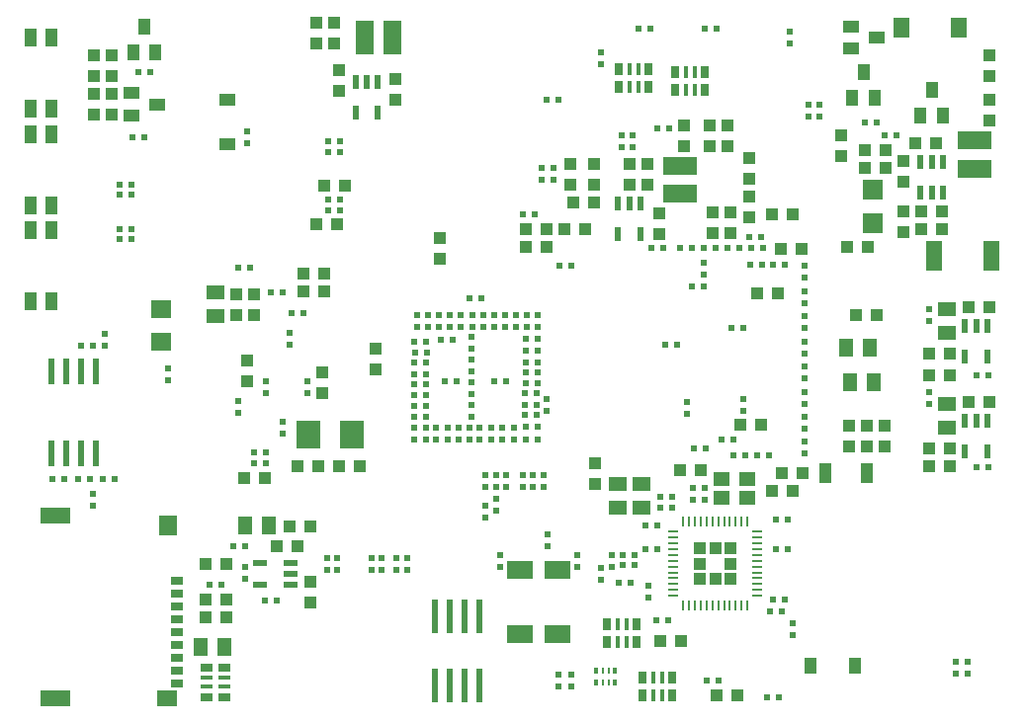
<source format=gbr>
G75*
G70*
%OFA0B0*%
%FSLAX24Y24*%
%IPPOS*%
%LPD*%
%AMOC8*
5,1,8,0,0,1.08239X$1,22.5*
%
%ADD10R,0.0400X0.0400*%
%ADD11R,0.0240X0.0230*%
%ADD12R,0.0230X0.0240*%
%ADD13R,0.0500X0.0600*%
%ADD14R,0.0400X0.0150*%
%ADD15R,0.0400X0.0250*%
%ADD16R,0.0217X0.0472*%
%ADD17R,0.0630X0.1181*%
%ADD18R,0.0551X0.0394*%
%ADD19R,0.0472X0.0217*%
%ADD20R,0.0600X0.0500*%
%ADD21R,0.1181X0.0630*%
%ADD22R,0.0700X0.0650*%
%ADD23R,0.0571X0.1024*%
%ADD24R,0.0240X0.1150*%
%ADD25R,0.0709X0.0630*%
%ADD26R,0.0091X0.0238*%
%ADD27R,0.0118X0.0238*%
%ADD28R,0.0827X0.0945*%
%ADD29R,0.0400X0.0600*%
%ADD30R,0.0394X0.0551*%
%ADD31R,0.0984X0.0531*%
%ADD32R,0.0610X0.0689*%
%ADD33R,0.0669X0.0531*%
%ADD34R,0.0437X0.0276*%
%ADD35R,0.0571X0.0709*%
%ADD36R,0.0400X0.0700*%
%ADD37R,0.0866X0.0630*%
%ADD38R,0.0150X0.0400*%
%ADD39R,0.0250X0.0400*%
%ADD40R,0.0394X0.0394*%
%ADD41R,0.0354X0.0091*%
%ADD42R,0.0091X0.0354*%
%ADD43R,0.0236X0.0866*%
%ADD44R,0.0551X0.0472*%
D10*
X016252Y012632D03*
X016252Y013232D03*
X016952Y013232D03*
X016952Y012632D03*
X016952Y014432D03*
X016252Y014432D03*
X018652Y015032D03*
X019352Y015032D03*
X019102Y015682D03*
X019802Y015682D03*
X019802Y013832D03*
X019802Y013132D03*
X018252Y017332D03*
X017552Y017332D03*
X019352Y017732D03*
X020052Y017732D03*
X020752Y017732D03*
X021452Y017732D03*
X020202Y020182D03*
X020202Y020882D03*
X021982Y021001D03*
X021982Y021701D03*
X020252Y023632D03*
X020252Y024232D03*
X019552Y024232D03*
X019552Y023632D03*
X017902Y023532D03*
X017302Y023532D03*
X017302Y022832D03*
X017902Y022832D03*
X017652Y021282D03*
X017652Y020582D03*
X020002Y025882D03*
X020702Y025882D03*
X020952Y027182D03*
X020252Y027182D03*
X022652Y030082D03*
X022652Y030782D03*
X020752Y031082D03*
X020752Y030382D03*
X020602Y031982D03*
X020602Y032682D03*
X020002Y032682D03*
X020002Y031982D03*
X013102Y031582D03*
X012502Y031582D03*
X012502Y030882D03*
X013102Y030882D03*
X013102Y030282D03*
X012502Y030282D03*
X012502Y029582D03*
X013102Y029582D03*
X024152Y025432D03*
X024152Y024732D03*
X027052Y025132D03*
X027052Y025732D03*
X027752Y025732D03*
X028352Y025732D03*
X029052Y025732D03*
X029352Y026632D03*
X029352Y027232D03*
X029352Y027932D03*
X028552Y027932D03*
X028552Y027232D03*
X028652Y026632D03*
X027752Y025132D03*
X030552Y027232D03*
X031152Y027232D03*
X031152Y027932D03*
X030552Y027932D03*
X031552Y026257D03*
X031552Y025557D03*
X033352Y025582D03*
X033952Y025582D03*
X034602Y026132D03*
X033952Y026282D03*
X034602Y026832D03*
X034602Y027432D03*
X034602Y028132D03*
X033852Y028532D03*
X033252Y028532D03*
X033252Y029232D03*
X033852Y029232D03*
X032402Y029232D03*
X032402Y028532D03*
X033352Y026282D03*
X035352Y026232D03*
X036052Y026232D03*
X036352Y025062D03*
X035652Y025062D03*
X035561Y023555D03*
X034861Y023555D03*
X037902Y025132D03*
X038602Y025132D03*
X039802Y025632D03*
X040402Y025732D03*
X040402Y026332D03*
X039802Y026332D03*
X039802Y027332D03*
X039202Y027782D03*
X039202Y028382D03*
X039802Y028032D03*
X040202Y028632D03*
X040902Y028632D03*
X042702Y029382D03*
X042702Y030082D03*
X042702Y030882D03*
X042702Y031582D03*
X038502Y028382D03*
X038502Y027782D03*
X037702Y028182D03*
X037702Y028882D03*
X041102Y026332D03*
X041102Y025732D03*
X042002Y023082D03*
X042702Y023082D03*
X041352Y021532D03*
X040652Y021532D03*
X040652Y020782D03*
X041352Y020782D03*
X042002Y019882D03*
X042702Y019882D03*
X041352Y018332D03*
X041352Y017732D03*
X040652Y017732D03*
X040652Y018332D03*
X039152Y018382D03*
X038552Y018382D03*
X038552Y019082D03*
X039152Y019082D03*
X037952Y019082D03*
X037952Y018382D03*
X036402Y017482D03*
X036052Y016882D03*
X035702Y017482D03*
X035352Y016882D03*
X032952Y017582D03*
X032252Y017582D03*
X034310Y019106D03*
X035010Y019106D03*
X038202Y022832D03*
X038902Y022832D03*
X029402Y017832D03*
X029402Y017132D03*
X031602Y011832D03*
X032302Y011832D03*
X033502Y009982D03*
X034202Y009982D03*
D11*
X033552Y010482D03*
X033152Y010482D03*
X035202Y009932D03*
X035602Y009932D03*
X035702Y012832D03*
X035302Y012832D03*
X035402Y013232D03*
X035802Y013232D03*
X035902Y014932D03*
X035502Y014932D03*
X035502Y015932D03*
X035902Y015932D03*
X035252Y018082D03*
X034852Y018082D03*
X034452Y018082D03*
X034052Y018082D03*
X034072Y018624D03*
X033672Y018624D03*
X033127Y018332D03*
X032727Y018332D03*
X032702Y016982D03*
X033102Y016982D03*
X033102Y016582D03*
X032702Y016582D03*
X032002Y016682D03*
X032002Y016332D03*
X031602Y016332D03*
X031602Y016682D03*
X031502Y015732D03*
X031102Y015732D03*
X031092Y014932D03*
X031492Y014932D03*
X030722Y014732D03*
X030722Y014382D03*
X030322Y014382D03*
X030322Y014732D03*
X030202Y013782D03*
X030602Y013782D03*
X031452Y012532D03*
X031852Y012532D03*
X027462Y018632D03*
X027062Y018632D03*
X027062Y019052D03*
X027022Y019442D03*
X027022Y019792D03*
X027022Y020172D03*
X027062Y020522D03*
X027062Y020872D03*
X027062Y021222D03*
X027062Y021612D03*
X027062Y022012D03*
X027462Y022012D03*
X027462Y021612D03*
X027462Y021222D03*
X027462Y020872D03*
X027462Y020522D03*
X027422Y020172D03*
X027422Y019792D03*
X027422Y019442D03*
X027462Y019052D03*
X026412Y020582D03*
X026012Y020582D03*
X024732Y020582D03*
X024332Y020582D03*
X023682Y020482D03*
X023682Y020832D03*
X023682Y021212D03*
X023742Y021562D03*
X023682Y021912D03*
X023282Y021912D03*
X023342Y021562D03*
X023282Y021212D03*
X023282Y020832D03*
X023282Y020482D03*
X023282Y020132D03*
X023282Y019752D03*
X023282Y019372D03*
X023282Y019012D03*
X023282Y018632D03*
X023682Y018632D03*
X023682Y019012D03*
X023682Y019372D03*
X023682Y019752D03*
X023682Y020132D03*
X024202Y021982D03*
X024602Y021982D03*
X025172Y023392D03*
X025572Y023392D03*
X028202Y024482D03*
X028602Y024482D03*
X027352Y026232D03*
X026952Y026232D03*
X031302Y025082D03*
X031702Y025082D03*
X032252Y025082D03*
X032652Y025082D03*
X033052Y025082D03*
X033452Y025082D03*
X033852Y025082D03*
X034252Y025082D03*
X034652Y025082D03*
X034602Y025457D03*
X035002Y025457D03*
X035052Y025082D03*
X035027Y024532D03*
X035402Y024532D03*
X035802Y024532D03*
X034627Y024532D03*
X033052Y023782D03*
X032652Y023782D03*
X034002Y022382D03*
X034402Y022382D03*
X032152Y021832D03*
X031752Y021832D03*
X031902Y029132D03*
X031502Y029132D03*
X028152Y030082D03*
X027752Y030082D03*
X030852Y032482D03*
X031252Y032482D03*
X033102Y032482D03*
X033502Y032482D03*
X038502Y029332D03*
X038902Y029332D03*
X039152Y028882D03*
X039552Y028882D03*
X042252Y020782D03*
X042652Y020782D03*
X042652Y017682D03*
X042252Y017682D03*
X020802Y026357D03*
X020802Y026707D03*
X020402Y026707D03*
X020402Y026357D03*
X020402Y028332D03*
X020402Y028682D03*
X020802Y028682D03*
X020802Y028332D03*
X017752Y024432D03*
X017352Y024432D03*
X018452Y023582D03*
X018852Y023582D03*
X019152Y022882D03*
X019552Y022882D03*
X018302Y018182D03*
X018302Y017832D03*
X017902Y017832D03*
X017902Y018182D03*
X017602Y015032D03*
X017202Y015032D03*
X016802Y013732D03*
X016402Y013732D03*
X018252Y013182D03*
X018652Y013182D03*
X013202Y017282D03*
X012802Y017282D03*
X012352Y017282D03*
X011952Y017282D03*
X011502Y017282D03*
X011102Y017282D03*
X012052Y021782D03*
X012452Y021782D03*
X013352Y025382D03*
X013352Y025732D03*
X013752Y025732D03*
X013752Y025382D03*
X013752Y026882D03*
X013752Y027232D03*
X013352Y027232D03*
X013352Y026882D03*
X013802Y028832D03*
X014202Y028832D03*
X014402Y031032D03*
X014002Y031032D03*
D12*
X017652Y029032D03*
X017652Y028632D03*
X023392Y022812D03*
X023762Y022812D03*
X024132Y022812D03*
X024502Y022812D03*
X024872Y022812D03*
X025252Y022832D03*
X025622Y022812D03*
X025992Y022812D03*
X026362Y022812D03*
X026732Y022812D03*
X027102Y022812D03*
X027472Y022812D03*
X027472Y022412D03*
X027102Y022412D03*
X026732Y022412D03*
X026362Y022412D03*
X025992Y022412D03*
X025622Y022412D03*
X025252Y022432D03*
X025222Y022072D03*
X025222Y021672D03*
X025222Y021312D03*
X025222Y020912D03*
X025222Y020552D03*
X025222Y020152D03*
X025222Y019792D03*
X025222Y019392D03*
X025157Y019032D03*
X025512Y019032D03*
X025892Y019032D03*
X026272Y019032D03*
X026652Y019032D03*
X026652Y018632D03*
X026272Y018632D03*
X025892Y018632D03*
X025512Y018632D03*
X025157Y018632D03*
X024802Y018632D03*
X024422Y018632D03*
X024042Y018632D03*
X024042Y019032D03*
X024422Y019032D03*
X024802Y019032D03*
X025702Y017432D03*
X026052Y017432D03*
X026402Y017432D03*
X026402Y017032D03*
X026052Y017032D03*
X025702Y017032D03*
X026052Y016632D03*
X026052Y016232D03*
X025702Y016382D03*
X025702Y015982D03*
X026952Y017032D03*
X027302Y017032D03*
X027652Y017032D03*
X027652Y017432D03*
X027302Y017432D03*
X026952Y017432D03*
X027802Y015432D03*
X027802Y015032D03*
X028802Y014732D03*
X028802Y014332D03*
X029602Y014282D03*
X029952Y014332D03*
X029952Y014732D03*
X029602Y013882D03*
X031202Y013682D03*
X031202Y013282D03*
X028602Y010682D03*
X028602Y010282D03*
X028152Y010282D03*
X028152Y010682D03*
X026202Y014332D03*
X026202Y014732D03*
X023052Y014632D03*
X022702Y014632D03*
X022702Y014232D03*
X023052Y014232D03*
X022202Y014232D03*
X021852Y014232D03*
X021852Y014632D03*
X022202Y014632D03*
X020702Y014632D03*
X020352Y014632D03*
X020352Y014232D03*
X020702Y014232D03*
X017602Y014332D03*
X017602Y013932D03*
X012452Y016382D03*
X012452Y016782D03*
X015002Y020632D03*
X015002Y021032D03*
X012852Y021782D03*
X012852Y022182D03*
X017352Y019932D03*
X017352Y019532D03*
X018302Y020182D03*
X018302Y020582D03*
X019102Y021832D03*
X019102Y022232D03*
X019702Y020582D03*
X019702Y020182D03*
X018852Y019232D03*
X018852Y018832D03*
X023392Y022412D03*
X023762Y022412D03*
X024132Y022412D03*
X024502Y022412D03*
X024872Y022412D03*
X027777Y019982D03*
X027777Y019582D03*
X032502Y019482D03*
X032502Y019882D03*
X034384Y019986D03*
X034384Y019586D03*
X036452Y019382D03*
X036452Y018982D03*
X036452Y018562D03*
X036452Y018162D03*
X036452Y019832D03*
X036452Y020232D03*
X036452Y020682D03*
X036452Y021082D03*
X036452Y021532D03*
X036452Y021932D03*
X036452Y022382D03*
X036452Y022782D03*
X036452Y023232D03*
X036452Y023632D03*
X036452Y024082D03*
X036452Y024482D03*
X033052Y024582D03*
X033052Y024182D03*
X030652Y028482D03*
X030302Y028482D03*
X030302Y028882D03*
X030652Y028882D03*
X029602Y031282D03*
X029602Y031682D03*
X028002Y027782D03*
X028002Y027382D03*
X027602Y027382D03*
X027602Y027782D03*
X035952Y031982D03*
X035952Y032382D03*
X036602Y029932D03*
X036952Y029932D03*
X036952Y029532D03*
X036602Y029532D03*
X040652Y023032D03*
X040652Y022632D03*
X040652Y020232D03*
X040652Y019832D03*
X036052Y012432D03*
X036052Y012032D03*
X041552Y011132D03*
X041952Y011132D03*
X041952Y010732D03*
X041552Y010732D03*
D13*
X038812Y020542D03*
X038012Y020542D03*
X037852Y021732D03*
X038652Y021732D03*
X018402Y015732D03*
X017602Y015732D03*
X016902Y011632D03*
X016102Y011632D03*
D14*
X016302Y010582D03*
X016302Y010282D03*
X016902Y010282D03*
X016902Y010582D03*
D15*
X016902Y010932D03*
X016302Y010932D03*
X016302Y009932D03*
X016902Y009932D03*
D16*
X030178Y025570D03*
X030926Y025570D03*
X030926Y026594D03*
X030552Y026594D03*
X030178Y026594D03*
X022076Y029670D03*
X021328Y029670D03*
X021328Y030694D03*
X021702Y030694D03*
X022076Y030694D03*
X040378Y027994D03*
X040752Y027994D03*
X041126Y027994D03*
X041126Y026970D03*
X040752Y026970D03*
X040378Y026970D03*
X041878Y022444D03*
X042252Y022444D03*
X042626Y022444D03*
X042626Y021420D03*
X041878Y021420D03*
X041878Y019244D03*
X042252Y019244D03*
X042626Y019244D03*
X042626Y018220D03*
X041878Y018220D03*
D17*
X022574Y032182D03*
X021629Y032182D03*
D18*
X017002Y030080D03*
X017002Y028584D03*
X014635Y029932D03*
X013769Y030306D03*
X013769Y029558D03*
X038019Y031808D03*
X038885Y032182D03*
X038019Y032556D03*
D19*
X019114Y014456D03*
X019114Y014082D03*
X019114Y013708D03*
X018090Y013708D03*
X018090Y014456D03*
D20*
X016602Y022782D03*
X016602Y023582D03*
X030152Y017132D03*
X030952Y017132D03*
X030952Y016332D03*
X030152Y016332D03*
X041252Y019032D03*
X041252Y019832D03*
X041252Y022232D03*
X041252Y023032D03*
D21*
X042202Y027759D03*
X042202Y028704D03*
X032252Y027854D03*
X032252Y026909D03*
D22*
X038752Y027057D03*
X038752Y025907D03*
D23*
X040839Y024832D03*
X042764Y024832D03*
D24*
X025502Y012655D03*
X025002Y012655D03*
X024502Y012655D03*
X024002Y012655D03*
X024002Y010308D03*
X024502Y010308D03*
X025002Y010308D03*
X025502Y010308D03*
D25*
X014752Y021930D03*
X014752Y023033D03*
D26*
X029653Y010833D03*
X029850Y010833D03*
X029850Y010430D03*
X029653Y010430D03*
D27*
X029441Y010430D03*
X029441Y010833D03*
X030063Y010833D03*
X030063Y010430D03*
D28*
X021180Y018782D03*
X019723Y018782D03*
D29*
X011052Y023282D03*
X010352Y023282D03*
X010352Y025682D03*
X011052Y025682D03*
X011052Y026532D03*
X010352Y026532D03*
X010352Y028932D03*
X011052Y028932D03*
X011052Y029782D03*
X010352Y029782D03*
X010352Y032182D03*
X011052Y032182D03*
D30*
X013828Y031699D03*
X014576Y031699D03*
X014202Y032565D03*
X038078Y030149D03*
X038826Y030149D03*
X038452Y031015D03*
X040378Y029549D03*
X041126Y029549D03*
X040752Y030415D03*
X038150Y010982D03*
X036654Y010982D03*
D31*
X011180Y009901D03*
X011180Y016062D03*
D32*
X014989Y015708D03*
D33*
X014959Y009901D03*
D34*
X015302Y010403D03*
X015302Y010836D03*
X015302Y011269D03*
X015302Y011702D03*
X015302Y012135D03*
X015302Y012568D03*
X015302Y013001D03*
X015302Y013434D03*
X015302Y013867D03*
D35*
X039739Y032532D03*
X041664Y032532D03*
D36*
X038552Y017482D03*
X037152Y017482D03*
D37*
X028132Y014214D03*
X026872Y014214D03*
X026872Y012049D03*
X028132Y012049D03*
D38*
X030152Y011782D03*
X030452Y011782D03*
X030452Y012382D03*
X030152Y012382D03*
X031352Y010582D03*
X031652Y010582D03*
X031652Y009982D03*
X031352Y009982D03*
X032452Y030432D03*
X032752Y030432D03*
X032752Y031032D03*
X032452Y031032D03*
X030852Y031132D03*
X030552Y031132D03*
X030552Y030532D03*
X030852Y030532D03*
D39*
X031202Y030532D03*
X031202Y031132D03*
X032102Y031032D03*
X032102Y030432D03*
X033102Y030432D03*
X033102Y031032D03*
X030202Y031132D03*
X030202Y030532D03*
X029802Y012382D03*
X030802Y012382D03*
X030802Y011782D03*
X029802Y011782D03*
X031002Y010582D03*
X031002Y009982D03*
X032002Y009982D03*
X032002Y010582D03*
D40*
X032940Y013920D03*
X032940Y014432D03*
X033452Y013920D03*
X033963Y013920D03*
X033963Y014432D03*
X033963Y014943D03*
X033452Y014943D03*
X032940Y014943D03*
D41*
X032034Y014924D03*
X032034Y015121D03*
X032034Y015317D03*
X032034Y015514D03*
X032034Y014727D03*
X032034Y014530D03*
X032034Y014333D03*
X032034Y014136D03*
X032034Y013940D03*
X032034Y013743D03*
X032034Y013546D03*
X032034Y013349D03*
X034869Y013349D03*
X034869Y013546D03*
X034869Y013743D03*
X034869Y013940D03*
X034869Y014136D03*
X034869Y014333D03*
X034869Y014530D03*
X034869Y014727D03*
X034869Y014924D03*
X034869Y015121D03*
X034869Y015317D03*
X034869Y015514D03*
D42*
X034534Y015849D03*
X034337Y015849D03*
X034141Y015849D03*
X033944Y015849D03*
X033747Y015849D03*
X033550Y015849D03*
X033353Y015849D03*
X033156Y015849D03*
X032960Y015849D03*
X032763Y015849D03*
X032566Y015849D03*
X032369Y015849D03*
X032369Y013014D03*
X032566Y013014D03*
X032763Y013014D03*
X032960Y013014D03*
X033156Y013014D03*
X033353Y013014D03*
X033550Y013014D03*
X033747Y013014D03*
X033944Y013014D03*
X034141Y013014D03*
X034337Y013014D03*
X034534Y013014D03*
D43*
X012552Y018154D03*
X012052Y018154D03*
X011552Y018154D03*
X011052Y018154D03*
X011052Y020910D03*
X011552Y020910D03*
X012052Y020910D03*
X012552Y020910D03*
D44*
X033669Y017297D03*
X033669Y016667D03*
X034535Y016667D03*
X034535Y017297D03*
M02*

</source>
